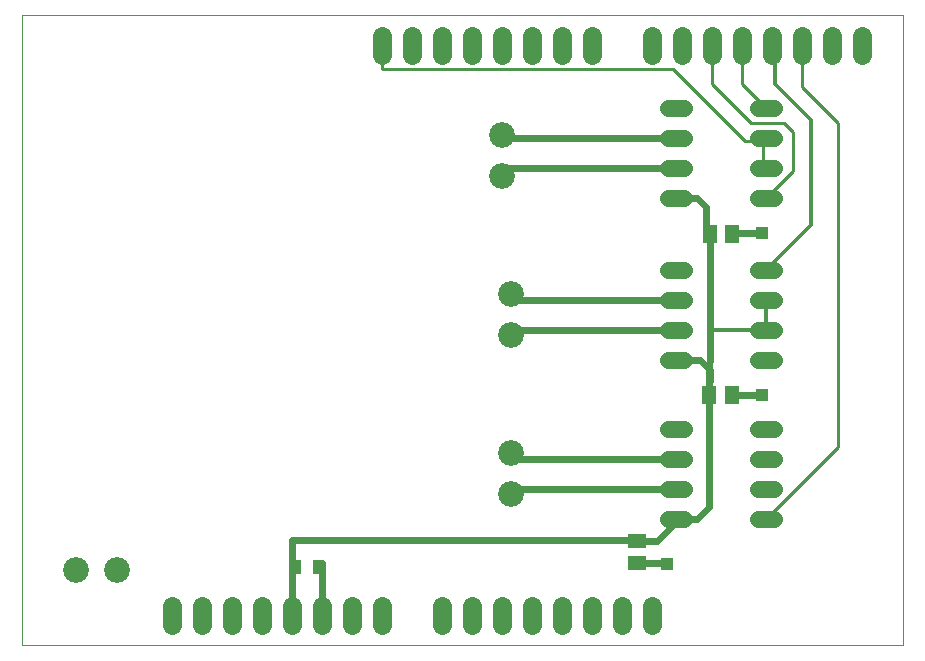
<source format=gtl>
G75*
%MOIN*%
%OFA0B0*%
%FSLAX25Y25*%
%IPPOS*%
%LPD*%
%AMOC8*
5,1,8,0,0,1.08239X$1,22.5*
%
%ADD10C,0.00000*%
%ADD11R,0.03150X0.04724*%
%ADD12C,0.06400*%
%ADD13C,0.05600*%
%ADD14C,0.08600*%
%ADD15R,0.05118X0.05906*%
%ADD16R,0.05906X0.05118*%
%ADD17C,0.02400*%
%ADD18C,0.01200*%
%ADD19R,0.04362X0.04362*%
%ADD20C,0.01000*%
D10*
X0011256Y0008500D02*
X0011256Y0218461D01*
X0304957Y0218461D01*
X0304957Y0008500D01*
X0011256Y0008500D01*
D11*
G36*
X0104263Y0032159D02*
X0101114Y0032192D01*
X0101163Y0036915D01*
X0104312Y0036882D01*
X0104263Y0032159D01*
G37*
G36*
X0111349Y0032085D02*
X0108200Y0032118D01*
X0108249Y0036841D01*
X0111398Y0036808D01*
X0111349Y0032085D01*
G37*
D12*
X0111256Y0021700D02*
X0111256Y0015300D01*
X0121256Y0015300D02*
X0121256Y0021700D01*
X0131256Y0021700D02*
X0131256Y0015300D01*
X0151256Y0015300D02*
X0151256Y0021700D01*
X0161256Y0021700D02*
X0161256Y0015300D01*
X0171256Y0015300D02*
X0171256Y0021700D01*
X0181256Y0021700D02*
X0181256Y0015300D01*
X0191256Y0015300D02*
X0191256Y0021700D01*
X0201256Y0021700D02*
X0201256Y0015300D01*
X0211256Y0015300D02*
X0211256Y0021700D01*
X0221256Y0021700D02*
X0221256Y0015300D01*
X0101256Y0015300D02*
X0101256Y0021700D01*
X0091256Y0021700D02*
X0091256Y0015300D01*
X0081256Y0015300D02*
X0081256Y0021700D01*
X0071256Y0021700D02*
X0071256Y0015300D01*
X0061256Y0015300D02*
X0061256Y0021700D01*
X0131256Y0205300D02*
X0131256Y0211700D01*
X0141256Y0211700D02*
X0141256Y0205300D01*
X0151256Y0205300D02*
X0151256Y0211700D01*
X0161256Y0211700D02*
X0161256Y0205300D01*
X0171256Y0205300D02*
X0171256Y0211700D01*
X0181256Y0211700D02*
X0181256Y0205300D01*
X0191256Y0205300D02*
X0191256Y0211700D01*
X0201256Y0211700D02*
X0201256Y0205300D01*
X0221256Y0205300D02*
X0221256Y0211700D01*
X0231256Y0211700D02*
X0231256Y0205300D01*
X0241256Y0205300D02*
X0241256Y0211700D01*
X0251256Y0211700D02*
X0251256Y0205300D01*
X0261256Y0205300D02*
X0261256Y0211700D01*
X0271256Y0211700D02*
X0271256Y0205300D01*
X0281256Y0205300D02*
X0281256Y0211700D01*
X0291256Y0211700D02*
X0291256Y0205300D01*
D13*
X0262056Y0187500D02*
X0256456Y0187500D01*
X0256456Y0177500D02*
X0262056Y0177500D01*
X0262056Y0167500D02*
X0256456Y0167500D01*
X0256456Y0157500D02*
X0262056Y0157500D01*
X0262056Y0133500D02*
X0256456Y0133500D01*
X0256456Y0123500D02*
X0262056Y0123500D01*
X0262056Y0113500D02*
X0256456Y0113500D01*
X0256456Y0103500D02*
X0262056Y0103500D01*
X0262056Y0080500D02*
X0256456Y0080500D01*
X0256456Y0070500D02*
X0262056Y0070500D01*
X0262056Y0060500D02*
X0256456Y0060500D01*
X0256456Y0050500D02*
X0262056Y0050500D01*
X0232056Y0050500D02*
X0226456Y0050500D01*
X0226456Y0060500D02*
X0232056Y0060500D01*
X0232056Y0070500D02*
X0226456Y0070500D01*
X0226456Y0080500D02*
X0232056Y0080500D01*
X0232056Y0103500D02*
X0226456Y0103500D01*
X0226456Y0113500D02*
X0232056Y0113500D01*
X0232056Y0123500D02*
X0226456Y0123500D01*
X0226456Y0133500D02*
X0232056Y0133500D01*
X0232056Y0157500D02*
X0226456Y0157500D01*
X0226456Y0167500D02*
X0232056Y0167500D01*
X0232056Y0177500D02*
X0226456Y0177500D01*
X0226456Y0187500D02*
X0232056Y0187500D01*
D14*
X0171256Y0178587D03*
X0171256Y0164807D03*
X0174256Y0125587D03*
X0174256Y0111807D03*
X0174256Y0072587D03*
X0174256Y0058807D03*
X0042949Y0033500D03*
X0029169Y0033500D03*
D15*
X0240316Y0091900D03*
X0247796Y0091900D03*
X0247996Y0145500D03*
X0240516Y0145500D03*
D16*
X0216256Y0043240D03*
X0216256Y0035760D03*
D17*
X0222196Y0035760D01*
X0226256Y0035700D01*
X0222996Y0043240D02*
X0228256Y0048500D01*
X0228256Y0049500D01*
X0229256Y0050500D01*
X0236256Y0050500D01*
X0240256Y0054500D01*
X0240256Y0091240D01*
X0240316Y0091900D01*
X0240516Y0113500D01*
X0240516Y0144240D01*
X0239256Y0145500D01*
X0240516Y0145500D01*
X0239256Y0145500D02*
X0239256Y0154500D01*
X0236256Y0157500D01*
X0229256Y0157500D01*
X0229256Y0167500D02*
X0173949Y0167500D01*
X0171256Y0164807D01*
X0172343Y0177500D02*
X0171256Y0178587D01*
X0172343Y0177500D02*
X0229256Y0177500D01*
X0247996Y0146000D02*
X0247996Y0145500D01*
X0247996Y0146000D02*
X0257756Y0146000D01*
X0229256Y0123500D02*
X0176343Y0123500D01*
X0174256Y0125587D01*
X0175949Y0113500D02*
X0174256Y0111807D01*
X0175949Y0113500D02*
X0229256Y0113500D01*
X0229256Y0103500D02*
X0237256Y0103500D01*
X0240516Y0100240D01*
X0240316Y0091900D01*
X0247796Y0091900D02*
X0257956Y0091900D01*
X0229256Y0070500D02*
X0176343Y0070500D01*
X0174256Y0072587D01*
X0175949Y0060500D02*
X0174256Y0058807D01*
X0175949Y0060500D02*
X0229256Y0060500D01*
X0222996Y0043240D02*
X0216256Y0043240D01*
X0214059Y0043043D01*
X0214059Y0043500D01*
X0101256Y0043500D01*
X0101256Y0034537D01*
X0102713Y0034537D01*
X0101256Y0034537D02*
X0101256Y0018500D01*
X0111219Y0018537D02*
X0111256Y0018537D01*
X0111256Y0036000D01*
X0109799Y0036000D01*
X0109799Y0034463D01*
X0111219Y0018537D02*
X0111256Y0018500D01*
D18*
X0240516Y0113500D02*
X0259256Y0113500D01*
X0259256Y0123500D01*
X0259256Y0133500D02*
X0274256Y0148500D01*
X0274256Y0183500D01*
X0262256Y0195500D01*
X0262256Y0208500D01*
X0261256Y0208500D01*
D19*
X0257756Y0146000D03*
X0257956Y0091900D03*
X0226256Y0035700D03*
D20*
X0259256Y0050500D02*
X0283256Y0074500D01*
X0283256Y0182500D01*
X0271256Y0194500D01*
X0271256Y0208500D01*
X0251256Y0208500D02*
X0251256Y0195500D01*
X0259256Y0187500D01*
X0254256Y0182500D02*
X0265256Y0182500D01*
X0268256Y0179500D01*
X0268256Y0166500D01*
X0259256Y0157500D01*
X0259256Y0167500D02*
X0258256Y0168500D01*
X0258256Y0176500D01*
X0259256Y0177500D01*
X0258256Y0176500D02*
X0252256Y0176500D01*
X0228256Y0200500D01*
X0131256Y0200500D01*
X0131256Y0208500D01*
X0241256Y0208500D02*
X0241256Y0195500D01*
X0254256Y0182500D01*
M02*

</source>
